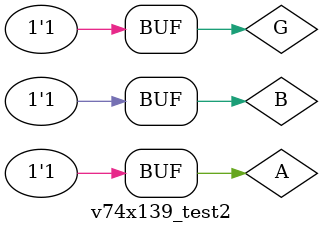
<source format=v>
`timescale 1ns / 1ps


module v74x139_test2;

	// Inputs
	reg G;
	reg A;
	reg B;

	// Outputs
	wire [3:0] Y;

	// Instantiate the Unit Under Test (UUT)
	v74x139h_b uut (
		.G(G), 
		.A(A), 
		.B(B), 
		.Y(Y)
	);

	initial begin
		// Initialize Inputs
		G = 0;
		A = 0;
		B = 0;

		// Wait 100 ns for global reset to finish
		#100;
        
		// Add stimulus here
		G = 0;
		A = 1;
		B = 0;
		
		#100 G = 0; A = 0; B = 1;
		#100 G = 0; A = 1; B = 1;
		
		#100 G = 1; A = 0; B = 0;
		#100 G = 1; A = 0; B = 1;
		#100 G = 1; A = 1; B = 0;
		#100 G = 1; A = 1; B = 1;
		
	end
      
endmodule


</source>
